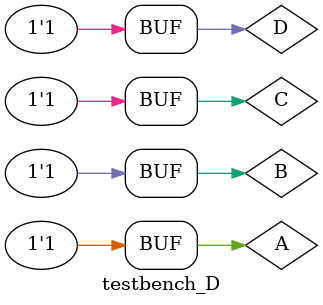
<source format=sv>
module testbench_D;
  reg A, B, C, D;
  wire S0, S1, S2, S3, S4;

  decodificador dut(.A(A), .B(B), .C(C), .D(D), .S0(S0), .S1(S1), .S2(S2), .S3(S3), .S4(S4));

  initial begin
    A = 0; B = 0; C = 0; D = 0;
    #10;
    A = 0; B = 0; C = 0; D = 1;
    #10;
    A = 0; B = 0; C = 1; D = 0;
    #10;
    A = 0; B = 0; C = 1; D = 1;
    #10;
    A = 0; B = 1; C = 0; D = 0;
    #10;
    A = 0; B = 1; C = 0; D = 1;
    #10;
    A = 0; B = 1; C = 1; D = 0;
    #10;
    A = 0; B = 1; C = 1; D = 1;
    #10;
    A = 1; B = 0; C = 0; D = 0;
    #10;
    A = 1; B = 0; C = 0; D = 1;
    #10;
    A = 1; B = 0; C = 1; D = 0;
    #10;
    A = 1; B = 0; C = 1; D = 1;
    #10;
    A = 1; B = 1; C = 0; D = 0;
    #10;
    A = 1; B = 1; C = 0; D = 1;
    #10;
    A = 1; B = 1; C = 1; D = 0;
    #10;
    A = 1; B = 1; C = 1; D = 1;
    #10;
    
  end

endmodule




</source>
